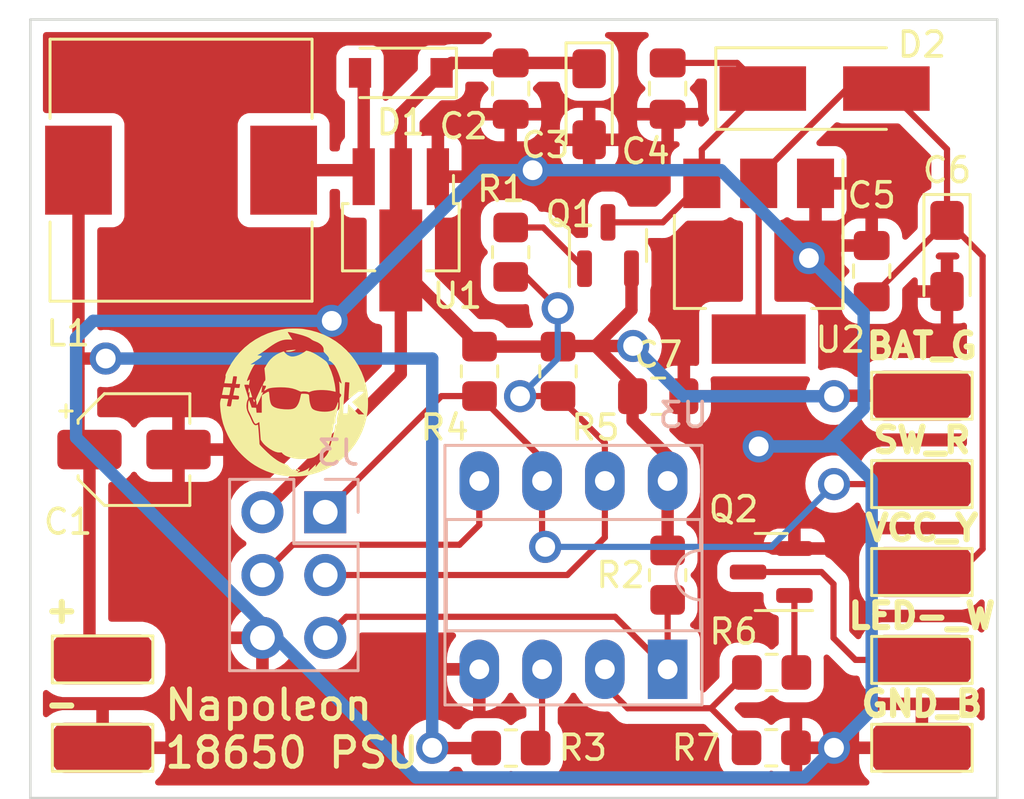
<source format=kicad_pcb>
(kicad_pcb (version 20211014) (generator pcbnew)

  (general
    (thickness 1.6)
  )

  (paper "A5")
  (title_block
    (title "Napoleon Grill Battery Supply")
    (date "2024-10-22")
    (rev "0.1-alpha")
    (company "Yavook!de")
  )

  (layers
    (0 "F.Cu" signal)
    (31 "B.Cu" signal)
    (32 "B.Adhes" user "B.Adhesive")
    (33 "F.Adhes" user "F.Adhesive")
    (34 "B.Paste" user)
    (35 "F.Paste" user)
    (36 "B.SilkS" user "B.Silkscreen")
    (37 "F.SilkS" user "F.Silkscreen")
    (38 "B.Mask" user)
    (39 "F.Mask" user)
    (40 "Dwgs.User" user "User.Drawings")
    (41 "Cmts.User" user "User.Comments")
    (42 "Eco1.User" user "User.Eco1")
    (43 "Eco2.User" user "User.Eco2")
    (44 "Edge.Cuts" user)
    (45 "Margin" user)
    (46 "B.CrtYd" user "B.Courtyard")
    (47 "F.CrtYd" user "F.Courtyard")
    (48 "B.Fab" user)
    (49 "F.Fab" user)
    (50 "User.1" user "Nutzer.1")
    (51 "User.2" user "Nutzer.2")
    (52 "User.3" user "Nutzer.3")
    (53 "User.4" user "Nutzer.4")
    (54 "User.5" user "Nutzer.5")
    (55 "User.6" user "Nutzer.6")
    (56 "User.7" user "Nutzer.7")
    (57 "User.8" user "Nutzer.8")
    (58 "User.9" user "Nutzer.9")
  )

  (setup
    (stackup
      (layer "F.SilkS" (type "Top Silk Screen"))
      (layer "F.Paste" (type "Top Solder Paste"))
      (layer "F.Mask" (type "Top Solder Mask") (thickness 0.01))
      (layer "F.Cu" (type "copper") (thickness 0.035))
      (layer "dielectric 1" (type "core") (thickness 1.51) (material "FR4") (epsilon_r 4.5) (loss_tangent 0.02))
      (layer "B.Cu" (type "copper") (thickness 0.035))
      (layer "B.Mask" (type "Bottom Solder Mask") (thickness 0.01))
      (layer "B.Paste" (type "Bottom Solder Paste"))
      (layer "B.SilkS" (type "Bottom Silk Screen"))
      (copper_finish "None")
      (dielectric_constraints no)
    )
    (pad_to_mask_clearance 0)
    (pcbplotparams
      (layerselection 0x0000020_7ffffffe)
      (disableapertmacros false)
      (usegerberextensions false)
      (usegerberattributes true)
      (usegerberadvancedattributes true)
      (creategerberjobfile true)
      (svguseinch false)
      (svgprecision 6)
      (excludeedgelayer false)
      (plotframeref true)
      (viasonmask false)
      (mode 1)
      (useauxorigin false)
      (hpglpennumber 1)
      (hpglpenspeed 20)
      (hpglpendiameter 15.000000)
      (dxfpolygonmode true)
      (dxfimperialunits true)
      (dxfusepcbnewfont true)
      (psnegative false)
      (psa4output false)
      (plotreference true)
      (plotvalue false)
      (plotinvisibletext false)
      (sketchpadsonfab false)
      (subtractmaskfromsilk false)
      (outputformat 4)
      (mirror false)
      (drillshape 1)
      (scaleselection 1)
      (outputdirectory "")
    )
  )

  (net 0 "")
  (net 1 "+BATT")
  (net 2 "GND")
  (net 3 "+5V")
  (net 4 "Net-(C4-Pad2)")
  (net 5 "+3V3")
  (net 6 "Net-(D1-Pad2)")
  (net 7 "SW")
  (net 8 "LED-")
  (net 9 "~{3V3_EN}")
  (net 10 "/(MOSI)")
  (net 11 "/(~{RST})")
  (net 12 "Net-(Q1-Pad1)")
  (net 13 "Net-(Q2-Pad1)")
  (net 14 "/BAT_SENSE")
  (net 15 "/LED_ON")

  (footprint "Resistor_SMD:R_0805_2012Metric_Pad1.20x1.40mm_HandSolder" (layer "F.Cu") (at 37.211 27.194 90))

  (footprint "Resistor_SMD:R_0805_2012Metric_Pad1.20x1.40mm_HandSolder" (layer "F.Cu") (at 43.561 40.259 90))

  (footprint "Capacitor_SMD:C_0805_2012Metric_Pad1.18x1.45mm_HandSolder" (layer "F.Cu") (at 51.816 27.9615 90))

  (footprint "Package_TO_SOT_SMD:SOT-223-3_TabPin2" (layer "F.Cu") (at 47.244 27.559 -90))

  (footprint "Capacitor_Tantalum_SMD:CP_EIA-3216-18_Kemet-A_Pad1.58x1.35mm_HandSolder" (layer "F.Cu") (at 54.864 27.3455 -90))

  (footprint "Inductor_SMD:L_10.4x10.4_H4.8" (layer "F.Cu") (at 23.876 23.876))

  (footprint "Resistor_SMD:R_0805_2012Metric_Pad1.20x1.40mm_HandSolder" (layer "F.Cu") (at 39.126 32.014 90))

  (footprint "Diode_SMD:D_SMA_Handsoldering" (layer "F.Cu") (at 49.911 20.574))

  (footprint "Capacitor_SMD:CP_Elec_4x5.4" (layer "F.Cu") (at 21.971 35.179))

  (footprint "Capacitor_SMD:C_0805_2012Metric_Pad1.18x1.45mm_HandSolder" (layer "F.Cu") (at 43.18 33.02))

  (footprint "Package_TO_SOT_SMD:SOT-89-3_Handsoldering" (layer "F.Cu") (at 32.766 26.289 -90))

  (footprint "mini-boards:yavook_6mm" (layer "F.Cu") (at 28.448 33.274))

  (footprint "Resistor_SMD:R_0805_2012Metric_Pad1.20x1.40mm_HandSolder" (layer "F.Cu") (at 35.951 32.014 90))

  (footprint "Capacitor_SMD:C_0805_2012Metric_Pad1.18x1.45mm_HandSolder" (layer "F.Cu") (at 43.561 20.574 90))

  (footprint "Diode_SMD:D_SOD-123" (layer "F.Cu") (at 32.766 19.939 180))

  (footprint "Resistor_SMD:R_0805_2012Metric_Pad1.20x1.40mm_HandSolder" (layer "F.Cu") (at 47.752 47.244 180))

  (footprint "mini-boards:SolderWire_05_2x4mm" (layer "F.Cu") (at 53.848 33 -90))

  (footprint "Package_TO_SOT_SMD:SOT-23" (layer "F.Cu") (at 41.148 26.924 90))

  (footprint "Resistor_SMD:R_0805_2012Metric_Pad1.20x1.40mm_HandSolder" (layer "F.Cu") (at 37.221 47.254 180))

  (footprint "Package_TO_SOT_SMD:SOT-23" (layer "F.Cu") (at 47.752 40.132 180))

  (footprint "mini-boards:SolderWire_02_2x4mm" (layer "F.Cu") (at 20.701 43.668 -90))

  (footprint "Capacitor_SMD:C_0805_2012Metric_Pad1.18x1.45mm_HandSolder" (layer "F.Cu") (at 37.211 20.574 -90))

  (footprint "Resistor_SMD:R_0805_2012Metric_Pad1.20x1.40mm_HandSolder" (layer "F.Cu") (at 47.768 44.196))

  (footprint "Capacitor_Tantalum_SMD:CP_EIA-3216-18_Kemet-A_Pad1.58x1.35mm_HandSolder" (layer "F.Cu") (at 40.386 21.209 -90))

  (footprint "Connector_PinHeader_2.54mm:PinHeader_2x03_P2.54mm_Vertical" (layer "B.Cu") (at 29.7085 37.714 180))

  (footprint "Package_DIP:DIP-8_W7.62mm_Socket_LongPads" (layer "B.Cu") (at 43.561 44.069 90))

  (gr_line (start 17.78 49.276) (end 56.896 49.276) (layer "Edge.Cuts") (width 0.1) (tstamp 34e967b3-de57-4561-9dd5-96c5dc3a6c07))
  (gr_line (start 17.78 17.78) (end 17.78 49.276) (layer "Edge.Cuts") (width 0.1) (tstamp 98834490-029b-4a46-8741-f1f823dcac7b))
  (gr_line (start 56.896 17.78) (end 17.78 17.78) (layer "Edge.Cuts") (width 0.1) (tstamp e763054f-c77a-439c-bfc2-aeb0404cbfcb))
  (gr_line (start 56.896 49.276) (end 56.896 17.78) (layer "Edge.Cuts") (width 0.1) (tstamp f830eab5-3b07-494b-a8ea-5832d2ee7357))
  (gr_text "Napoleon\n18650 PSU" (at 23.114 46.482) (layer "F.SilkS") (tstamp 0b5c1c5f-fb5b-4b9d-a898-815b7f5bbff0)
    (effects (font (size 1.2 1.2) (thickness 0.2)) (justify left))
  )
  (gr_text "SW_R" (at 53.848 34.798) (layer "F.SilkS") (tstamp 1a1c3d19-af17-4779-a1fd-8ac5a36a50f5)
    (effects (font (size 1 1) (thickness 0.25)))
  )
  (gr_text "+" (at 19.05 41.656) (layer "F.SilkS") (tstamp 42c05a67-b42f-4b6d-9c44-571af09eeb4b)
    (effects (font (size 1 1) (thickness 0.25)))
  )
  (gr_text "VCC_Y" (at 53.848 38.354) (layer "F.SilkS") (tstamp 51aa13dc-6c9f-4ad9-adf3-2be459fb4771)
    (effects (font (size 1 1) (thickness 0.25)))
  )
  (gr_text "-" (at 19.05 45.466) (layer "F.SilkS") (tstamp 7a993f1b-b438-43da-b6d4-c0dbf63b8edc)
    (effects (font (size 1 1) (thickness 0.25)))
  )
  (gr_text "BAT_G" (at 53.848 30.988) (layer "F.SilkS") (tstamp 816d9601-af08-4260-a966-ab159c080a6c)
    (effects (font (size 1 1) (thickness 0.25)))
  )
  (gr_text "GND_B" (at 53.848 45.466) (layer "F.SilkS") (tstamp 881cd0ed-7f38-43bc-ab09-842ba69140d9)
    (effects (font (size 1 1) (thickness 0.25)))
  )
  (gr_text "LED-_W" (at 53.848 41.91) (layer "F.SilkS") (tstamp a4e22a47-8081-427b-a284-fdb057c6b905)
    (effects (font (size 1 1) (thickness 0.25)))
  )

  (segment (start 36.221 47.254) (end 34.046 47.254) (width 0.5) (layer "F.Cu") (net 1) (tstamp 21ab2ed1-7f4d-4f0f-9e8b-c67f781729e5))
  (segment (start 20.171 35.179) (end 19.726 34.734) (width 0.5) (layer "F.Cu") (net 1) (tstamp 38c469f6-3c08-437e-9c45-ca40a23eb453))
  (segment (start 34.046 47.254) (end 34.036 47.244) (width 0.5) (layer "F.Cu") (net 1) (tstamp 52b35139-02eb-477b-9db5-eff022692151))
  (segment (start 19.812 31.496) (end 19.726 31.41) (width 0.5) (layer "F.Cu") (net 1) (tstamp 568febde-0e82-4c4c-895a-3e9d4c203337))
  (segment (start 19.726 31.918) (end 19.726 31.41) (width 0.5) (layer "F.Cu") (net 1) (tstamp 5b9f7ef7-441a-400b-b9d7-b2adbeba4486))
  (segment (start 19.726 31.41) (end 19.726 23.876) (width 0.5) (layer "F.Cu") (net 1) (tstamp 6028ded1-ff9e-4e58-a3d6-1d1a52ddd7b9))
  (segment (start 20.828 31.496) (end 19.812 31.496) (width 0.5) (layer "F.Cu") (net 1) (tstamp 6b5877a6-951b-47d9-bdb8-a982548f4da5))
  (segment (start 20.171 43.138) (end 20.171 35.179) (width 0.5) (layer "F.Cu") (net 1) (tstamp 6f9b287f-d2ec-4403-bb76-df9807cfe1b7))
  (segment (start 19.726 34.734) (end 19.726 31.918) (width 0.5) (layer "F.Cu") (net 1) (tstamp bb65050c-5017-46ff-a0d9-420567749183))
  (segment (start 20.701 43.668) (end 20.171 43.138) (width 0.5) (layer "F.Cu") (net 1) (tstamp e61e93b4-fa3c-4290-8a5b-90a29d53bca6))
  (via (at 20.828 31.496) (size 1.3) (drill 0.8) (layers "F.Cu" "B.Cu") (net 1) (tstamp 563e54e1-c7f0-474e-94d7-7ba5734bac61))
  (via (at 34.036 47.244) (size 1.3) (drill 0.8) (layers "F.Cu" "B.Cu") (net 1) (tstamp eef8aab8-7acd-42c3-be68-1ddc73a955ef))
  (segment (start 34.036 47.244) (end 34.036 31.496) (width 0.5) (layer "B.Cu") (net 1) (tstamp 356a4adf-df1a-4308-b021-13b68de38c5d))
  (segment (start 34.036 31.496) (end 20.828 31.496) (width 0.5) (layer "B.Cu") (net 1) (tstamp 97b908d6-f506-4ff2-9d8e-b6224c559321))
  (via (at 29.972 29.972) (size 1.3) (drill 0.8) (layers "F.Cu" "B.Cu") (net 2) (tstamp 0c4017d3-4441-4bfd-9480-4cb014c563ae))
  (via (at 38.1 23.876) (size 1.3) (drill 0.8) (layers "F.Cu" "B.Cu") (net 2) (tstamp 25519100-a83d-4b1f-9a31-b794aebc6e50))
  (via (at 47.244 35.052) (size 1.3) (drill 0.8) (layers "F.Cu" "B.Cu") (net 2) (tstamp 6e7e7b7e-407a-46a2-beab-f749bff7b436))
  (via (at 49.276 27.432) (size 1.3) (drill 0.8) (layers "F.Cu" "B.Cu") (net 2) (tstamp 73bfe9f0-e29f-4af8-93e6-43b7a08b96be))
  (via (at 50.292 47.244) (size 1.3) (drill 0.8) (layers "F.Cu" "B.Cu") (net 2) (tstamp 7406d141-a636-4854-abdc-f7c495c82f87))
  (segment (start 51.491511 33.516855) (end 49.956366 35.052) (width 0.5) (layer "B.Cu") (net 2) (tstamp 0fc733e2-f0b4-4a9f-81e5-296cbc25d5ae))
  (segment (start 51.491511 29.647511) (end 51.491511 33.516855) (width 0.5) (layer "B.Cu") (net 2) (tstamp 1114f773-f26b-4ef6-a2f6-1becbf2fcc25))
  (segment (start 49.956366 35.052) (end 47.244 35.052) (width 0.5) (layer "B.Cu") (net 2) (tstamp 302d59ab-d85b-4548-a74c-235b953562c8))
  (segment (start 47.244 35.052) (end 50.464366 35.052) (width 0.5) (layer "B.Cu") (net 2) (tstamp 4b0f37e8-d4dc-42f1-b452-33986e29fab2))
  (segment (start 50.464366 35.052) (end 51.816 36.403634) (width 0.5) (layer "B.Cu") (net 2) (tstamp 686b950b-72ab-468a-b7b9-30d1b4a4e4f2))
  (segment (start 38.1 23.876) (end 36.068 23.876) (width 0.5) (layer "B.Cu") (net 2) (tstamp 6decc48e-3a7a-474c-a57a-19a5bca14c57))
  (segment (start 19.628489 30.663511) (end 20.32 29.972) (width 0.5) (layer "B.Cu") (net 2) (tstamp 6ec14ec9-6365-4a40-b498-bc2055248c3c))
  (segment (start 49.092489 48.443511) (end 33.378802 48.443511) (width 0.5) (layer "B.Cu") (net 2) (tstamp 7f6d0c52-0a27-4e46-8015-d86c68709dfe))
  (segment (start 50.292 47.244) (end 49.092489 48.443511) (width 0.5) (layer "B.Cu") (net 2) (tstamp 8974eb9e-03fc-4cab-bf02-00aee77b834b))
  (segment (start 19.628489 34.693198) (end 19.628489 30.663511) (width 0.5) (layer "B.Cu") (net 2) (tstamp 950d8bf1-6e59-4a99-8099-d315d2990045))
  (segment (start 20.32 29.972) (end 29.972 29.972) (width 0.5) (layer "B.Cu") (net 2) (tstamp 9f5fd54d-0e5f-4f4f-b6b0-78724f4ba827))
  (segment (start 45.72 23.876) (end 49.276 27.432) (width 0.5) (layer "B.Cu") (net 2) (tstamp bede6a34-5022-48d3-838c-2778222e715e))
  (segment (start 49.276 27.432) (end 51.491511 29.647511) (width 0.5) (layer "B.Cu") (net 2) (tstamp cadd03ab-41ca-4c4b-aea2-22a3f0e6122e))
  (segment (start 36.068 23.876) (end 29.972 29.972) (width 0.5) (layer "B.Cu") (net 2) (tstamp cdf33bf4-06e5-4143-b5ec-36a042d5eb3e))
  (segment (start 51.816 36.403634) (end 51.816 45.72) (width 0.5) (layer "B.Cu") (net 2) (tstamp df9cb300-ecf3-4f79-8b64-73e6ba0aa702))
  (segment (start 33.378802 48.443511) (end 19.628489 34.693198) (width 0.5) (layer "B.Cu") (net 2) (tstamp e578be67-86df-457a-99b4-ebbe274bdfea))
  (segment (start 38.1 23.876) (end 45.72 23.876) (width 0.5) (layer "B.Cu") (net 2) (tstamp ed35a8ae-2c07-40fe-9420-9970dcdb764c))
  (segment (start 51.816 45.72) (end 50.292 47.244) (width 0.5) (layer "B.Cu") (net 2) (tstamp f69326fe-df27-4277-9e96-08f32f9ce2d7))
  (segment (start 53.848 33) (end 50.312 33) (width 0.5) (layer "F.Cu") (net 3) (tstamp 0c83f5b2-bb79-44dc-a823-b8e58623a019))
  (segment (start 40.151 19.5365) (end 40.386 19.7715) (width 0.5) (layer "F.Cu") (net 3) (tstamp 0c84f166-9c82-4d95-9050-61d2c1d5aec8))
  (segment (start 32.766 32.1165) (end 32.766 24.2265) (width 0.5) (layer "F.Cu") (net 3) (tstamp 38784c9b-c0d7-4bce-b8f7-0efef7d73fba))
  (segment (start 32.766 27.829) (end 32.766 24.2265) (width 0.5) (layer "F.Cu") (net 3) (tstamp 39a081c7-e451-4d7e-a9ba-dee9ed7f2532))
  (segment (start 39.126 31.014) (end 35.951 31.014) (width 0.5) (layer "F.Cu") (net 3) (tstamp 3e04e3ac-263e-4b99-bbd9-4766d8efc34d))
  (segment (start 43.561 35.433) (end 42.1425 34.0145) (width 0.5) (layer "F.Cu") (net 3) (tstamp 53d26bec-da1c-485e-981b-95a7dd201668))
  (segment (start 40.64 30.988) (end 42.1425 32.4905) (width 0.5) (layer "F.Cu") (net 3) (tstamp 57ca1174-2c42-4bf6-a18d-b54c7dfdba34))
  (segment (start 42.1425 34.0145) (end 42.1425 33.02) (width 0.5) (layer "F.Cu") (net 3) (tstamp 5d98e6b1-e4d6-4ecb-8ecf-feaa2b4a99f5))
  (segment (start 39.288366 30.988) (end 40.64 30.988) (width 0.5) (layer "F.Cu") (net 3) (tstamp 6248004b-7888-4e78-b997-e046b1b47a4f))
  (segment (start 32.766 21.589) (end 34.416 19.939) (width 0.5) (layer "F.Cu") (net 3) (tstamp 6d93040d-4118-49b0-b43e-2cbb7659067f))
  (segment (start 50.312 33) (end 50.292 33.02) (width 0.5) (layer "F.Cu") (net 3) (tstamp 7954d2e5-4f11-46d2-acc6-f3ed7c273452))
  (segment (start 43.561 36.449) (end 43.561 39.259) (width 0.5) (layer "F.Cu") (net 3) (tstamp 79e0bd15-4c29-4168-a00c-90691662b7b5))
  (segment (start 39.262366 31.014) (end 39.288366 30.988) (width 0.5) (layer "F.Cu") (net 3) (tstamp 809431cb-631e-4619-ba98-fd70a1c167b4))
  (segment (start 37.211 19.5365) (end 40.151 19.5365) (width 0.5) (layer "F.Cu") (net 3) (tstamp 84ca22c1-f60b-4525-b61d-a870ce74bdbd))
  (segment (start 42.098 29.53) (end 40.64 30.988) (width 0.5) (layer "F.Cu") (net 3) (tstamp 86283825-26b2-484d-a379-58509c7afb04))
  (segment (start 42.098 27.8615) (end 42.098 29.53) (width 0.5) (layer "F.Cu") (net 3) (tstamp 8af92a00-d5f4-44c2-808c-388f9f4dff42))
  (segment (start 32.766 24.2265) (end 32.766 21.589) (width 0.5) (layer "F.Cu") (net 3) (tstamp 960583dd-74a1-49ed-8e31-9c5fe4915959))
  (segment (start 34.8185 19.5365) (end 37.211 19.5365) (width 0.5) (layer "F.Cu") (net 3) (tstamp b545efbd-4665-495e-a212-a3eda1da410b))
  (segment (start 42.164 30.988) (end 40.64 30.988) (width 0.5) (layer "F.Cu") (net 3) (tstamp bafbc76f-b213-4f84-802b-752f4448bcba))
  (segment (start 39.126 31.014) (end 39.262366 31.014) (width 0.5) (layer "F.Cu") (net 3) (tstamp c8a50954-3081-4d03-ab3f-e92065677070))
  (segment (start 34.416 19.939) (end 34.8185 19.5365) (width 0.5) (layer "F.Cu") (net 3) (tstamp e1905a39-bd57-41c5-b262-1c8195859afb))
  (segment (start 42.1425 32.4905) (end 42.1425 33.02) (width 0.5) (layer "F.Cu") (net 3) (tstamp ec41e3fa-f416-44a5-9730-cbe35c82aca5))
  (segment (start 35.951 31.014) (end 32.766 27.829) (width 0.5) (layer "F.Cu") (net 3) (tstamp f13c8a3c-ee6c-4725-b2c4-b6301c331b20))
  (segment (start 27.1685 37.714) (end 32.766 32.1165) (width 0.5) (layer "F.Cu") (net 3) (tstamp f28404b2-f037-43e6-9506-b9b2c0e48e51))
  (segment (start 43.561 36.449) (end 43.561 35.433) (width 0.5) (layer "F.Cu") (net 3) (tstamp fb0df9fc-e4ab-4e4e-a491-0f4db966d548))
  (via (at 42.164 30.988) (size 1.3) (drill 0.8) (layers "F.Cu" "B.Cu") (net 3) (tstamp 690afe80-5324-4ad3-b29a-a957b1bb25c3))
  (via (at 50.292 33.02) (size 1.3) (drill 0.8) (layers "F.Cu" "B.Cu") (net 3) (tstamp 8a3738ee-2df5-4e2a-9031-a6168cf8de67))
  (segment (start 50.292 33.02) (end 44.196 33.02) (width 0.5) (layer "B.Cu") (net 3) (tstamp 287e8a0f-5771-4ca3-b4d8-6d1684e71ed8))
  (segment (start 44.196 33.02) (end 42.164 30.988) (width 0.5) (layer "B.Cu") (net 3) (tstamp e972d63f-c5c4-4c4b-a90a-e30d490a39e2))
  (segment (start 44.944 23.041) (end 47.411 20.574) (width 0.25) (layer "F.Cu") (net 4) (tstamp 3b30dd3d-a9a3-486d-8d00-c79474a22a05))
  (segment (start 44.944 24.409) (end 44.944 23.041) (width 0.25) (layer "F.Cu") (net 4) (tstamp 550b624e-9696-49b9-b538-59425abb1306))
  (segment (start 43.3665 25.9865) (end 44.944 24.409) (width 0.25) (layer "F.Cu") (net 4) (tstamp 87b9636d-970f-48ad-aeba-dc46a88c56f3))
  (segment (start 43.561 19.5365) (end 46.3735 19.5365) (width 0.25) (layer "F.Cu") (net 4) (tstamp a6e83826-b42d-4719-aa8a-9ac55ca9d3f0))
  (segment (start 41.148 25.9865) (end 43.3665 25.9865) (width 0.25) (layer "F.Cu") (net 4) (tstamp d1da60fa-2462-4a63-a4d1-04f7b6885589))
  (segment (start 46.3735 19.5365) (end 47.411 20.574) (width 0.25) (layer "F.Cu") (net 4) (tstamp d3d46084-2317-4066-83e7-eacc35dc18c0))
  (segment (start 55.372 40.132) (end 53.848 40.132) (width 0.25) (layer "F.Cu") (net 5) (tstamp 0b562950-7f50-4ca2-8367-964999aa4bae))
  (segment (start 47.244 24.159) (end 50.829 20.574) (width 0.25) (layer "F.Cu") (net 5) (tstamp 0f9e1153-0bf1-44b9-8b1f-3974bc45f4a4))
  (segment (start 54.864 23.027) (end 52.411 20.574) (width 0.25) (layer "F.Cu") (net 5) (tstamp 13290abb-9273-4cc3-90c3-de8eb76a923d))
  (segment (start 56.30452 27.34852) (end 56.30452 39.19948) (width 0.25) (layer "F.Cu") (net 5) (tstamp 147c7025-afc6-4f86-81c5-9dd6da9367fb))
  (segment (start 47.244 30.709) (end 47.244 24.409) (width 0.25) (layer "F.Cu") (net 5) (tstamp 25895764-c350-41a2-a17e-2938fabbc8a0))
  (segment (start 56.30452 39.19948) (end 55.372 40.132) (width 0.25) (layer "F.Cu") (net 5) (tstamp 30020ac2-00e9-48d5-bbd2-386be3fdc791))
  (segment (start 54.864 25.908) (end 54.864 23.027) (width 0.25) (layer "F.Cu") (net 5) (tstamp 6b72d131-93fb-49f9-acd7-28bcd8c183ee))
  (segment (start 51.816 28.999) (end 54.864 25.951) (width 0.25) (layer "F.Cu") (net 5) (tstamp a881a592-8e39-4cf3-98fe-252e609c37a6))
  (segment (start 47.244 24.409) (end 47.244 24.159) (width 0.25) (layer "F.Cu") (net 5) (tstamp abcab5c1-4f8d-4fff-aaef-be849aebe5a1))
  (segment (start 54.864 25.908) (end 56.30452 27.34852) (width 0.25) (layer "F.Cu") (net 5) (tstamp ad37c17d-f37a-4410-a4f9-de82c3c8ab0a))
  (segment (start 54.864 25.951) (end 54.864 25.908) (width 0.25) (layer "F.Cu") (net 5) (tstamp d44f3d4d-2814-4e10-9540-2248a8c6654c))
  (segment (start 50.829 20.574) (end 52.411 20.574) (width 0.25) (layer "F.Cu") (net 5) (tstamp ec51f97a-1448-4a99-ba01-d24cb2b23b6c))
  (segment (start 31.003 23.876) (end 31.266 24.139) (width 0.5) (layer "F.Cu") (net 6) (tstamp 0aa27f7c-861f-4293-a21e-c0b161492a55))
  (segment (start 31.266 24.139) (end 31.266 20.089) (width 0.5) (layer "F.Cu") (net 6) (tstamp 57bd2665-5a58-443e-8743-4aae5ecabbfc))
  (segment (start 31.266 20.089) (end 31.116 19.939) (width 0.5) (layer "F.Cu") (net 6) (tstamp 79425220-a032-494e-8721-f1e712b479c1))
  (segment (start 28.026 23.876) (end 31.003 23.876) (width 0.5) (layer "F.Cu") (net 6) (tstamp e4d209ff-4e0d-46b5-a0e4-ed954a4e9872))
  (segment (start 50.292 36.576) (end 53.848 36.576) (width 0.25) (layer "F.Cu") (net 7) (tstamp 0aa8573f-2e43-4600-b3d2-ad5f972a967c))
  (segment (start 38.481 36.449) (end 38.481 38.989) (width 0.25) (layer "F.Cu") (net 7) (tstamp 153433f2-8f5c-4b81-a731-bb3ef2d5a7ac))
  (segment (start 38.481 35.544) (end 38.481 36.449) (width 0.25) (layer "F.Cu") (net 7) (tstamp 2b54e335-fe00-43c1-8cba-33f920295352))
  (segment (start 34.4085 33.014) (end 35.951 33.014) (width 0.25) (layer "F.Cu") (net 7) (tstamp 65cf3164-6eb5-42b4-af15-3cc21461f559))
  (segment (start 29.7085 37.714) (end 34.4085 33.014) (width 0.25) (layer "F.Cu") (net 7) (tstamp 6cc3f858-76db-4b33-8e06-00eb87c107ef))
  (segment (start 35.951 33.014) (end 38.481 35.544) (width 0.25) (layer "F.Cu") (net 7) (tstamp 75108d1d-1430-4bd6-9194-71b67b0edc50))
  (segment (start 38.481 38.989) (end 38.608 39.116) (width 0.25) (layer "F.Cu") (net 7) (tstamp ce42515d-9c72-4f68-8e5f-8e1d6b0d1a14))
  (via (at 38.608 39.116) (size 1.3) (drill 0.8) (layers "F.Cu" "B.Cu") (net 7) (tstamp 1231b065-6df2-451f-8651-2d3101775518))
  (via (at 50.292 36.576) (size 1.3) (drill 0.8) (layers "F.Cu" "B.Cu") (net 7) (tstamp b6411a36-75ad-4fa9-89d0-3b5c455e4e16))
  (segment (start 47.752 39.116) (end 50.292 36.576) (width 0.25) (layer "B.Cu") (net 7) (tstamp 005cf3d5-546a-4540-ba3a-4d1f0d44ffb5))
  (segment (start 38.608 39.116) (end 47.752 39.116) (width 0.25) (layer "B.Cu") (net 7) (tstamp fc505821-2330-4afe-9c43-ed364b8ca5ac))
  (segment (start 49.784 40.132) (end 50.272 40.62) (width 0.25) (layer "F.Cu") (net 8) (tstamp 0dc118fc-e6a1-4ff1-b266-ab122b7abac6))
  (segment (start 46.8145 40.132) (end 49.784 40.132) (width 0.25) (layer "F.Cu") (net 8) (tstamp 1859ef23-a40e-4748-b369-6ce1f0904410))
  (segment (start 50.272 40.62) (end 50.272 42.799) (width 0.25) (layer "F.Cu") (net 8) (tstamp 9e3483a4-c28c-434d-a615-a9ab4d525e4c))
  (segment (start 50.272 42.799) (end 51.161 43.688) (width 0.25) (layer "F.Cu") (net 8) (tstamp dc168bbf-c74b-469f-9366-dff9c73e0187))
  (segment (start 51.161 43.688) (end 53.848 43.688) (width 0.25) (layer "F.Cu") (net 8) (tstamp ec861fc5-bbe9-47c6-a9d3-9f512544f890))
  (segment (start 37.598 33.014) (end 37.592 33.02) (width 0.25) (layer "F.Cu") (net 9) (tstamp 2b2f4c53-a036-403c-b827-312efcbb6d84))
  (segment (start 41.021 34.909) (end 39.126 33.014) (width 0.25) (layer "F.Cu") (net 9) (tstamp 333a59db-17e7-4c0c-b861-8c68d8beaaf3))
  (segment (start 39.126 33.014) (end 37.598 33.014) (width 0.25) (layer "F.Cu") (net 9) (tstamp 70adb506-1f01-4236-bfa3-ae34a6f81a95))
  (segment (start 39.502 40.254) (end 41.021 38.735) (width 0.25) (layer "F.Cu") (net 9) (tstamp 8ee26396-cfa7-4786-be63-57d651d4959b))
  (segment (start 37.846 28.194) (end 37.211 28.194) (width 0.25) (layer "F.Cu") (net 9) (tstamp 9b8e0eaf-4e33-4e40-9a49-05d11aa1e9e6))
  (segment (start 39.116 29.464) (end 37.846 28.194) (width 0.25) (layer "F.Cu") (net 9) (tstamp c2c89e33-9b96-475d-9091-40f69937856a))
  (segment (start 29.7085 40.254) (end 39.502 40.254) (width 0.25) (layer "F.Cu") (net 9) (tstamp d3f186d6-ec48-463f-8eee-1547a9ab1e28))
  (segment (start 41.021 36.449) (end 41.021 34.909) (width 0.25) (layer "F.Cu") (net 9) (tstamp d7c66460-4b40-43ec-a071-f368b2ecf316))
  (segment (start 41.021 38.735) (end 41.021 36.449) (width 0.25) (layer "F.Cu") (net 9) (tstamp f2e19665-1bac-4405-8b31-2783fa20082f))
  (via (at 39.116 29.464) (size 1.3) (drill 0.8) (layers "F.Cu" "B.Cu") (net 9) (tstamp 28cf3db3-0efd-445d-8e09-a00dcdb7e4c4))
  (via (at 37.592 33.02) (size 1.3) (drill 0.8) (layers "F.Cu" "B.Cu") (net 9) (tstamp 5513f8ec-efe5-4140-8650-29cd81468e5f))
  (segment (start 39.116 31.496) (end 39.116 29.464) (width 0.25) (layer "B.Cu") (net 9) (tstamp 014661a5-ae7e-4c61-add3-6a7f1238035b))
  (segment (start 37.592 33.02) (end 39.116 31.496) (width 0.25) (layer "B.Cu") (net 9) (tstamp be7d078a-1476-44c8-935c-11bf4f8a2955))
  (segment (start 35.941 38.227) (end 35.941 36.449) (width 0.25) (layer "F.Cu") (net 10) (tstamp 584dcfca-59c1-40c4-b52b-ee5b167246dc))
  (segment (start 35.138511 39.029489) (end 35.941 38.227) (width 0.25) (layer "F.Cu") (net 10) (tstamp bb67a671-89dc-475f-b441-aed63ca7b4cc))
  (segment (start 27.1685 40.254) (end 28.393011 39.029489) (width 0.25) (layer "F.Cu") (net 10) (tstamp cc783d91-a18c-4cce-9f7b-7d1cee10cc87))
  (segment (start 28.393011 39.029489) (end 35.138511 39.029489) (width 0.25) (layer "F.Cu") (net 10) (tstamp d2df5eeb-60b1-4ad0-bece-7860d97e0ea4))
  (segment (start 30.5585 41.944) (end 41.436 41.944) (width 0.25) (layer "F.Cu") (net 11) (tstamp 01313380-8bff-4b79-9418-aa35108a3346))
  (segment (start 41.436 41.944) (end 43.561 44.069) (width 0.25) (layer "F.Cu") (net 11) (tstamp 399e0ecb-bab4-4bf4-98d1-c02d6c95d7cf))
  (segment (start 43.561 44.069) (end 43.561 41.259) (width 0.25) (layer "F.Cu") (net 11) (tstamp 68a81389-4f88-4469-bff1-bedcb3b63bd1))
  (segment (start 29.7085 42.794) (end 30.5585 41.944) (width 0.25) (layer "F.Cu") (net 11) (tstamp f00e656c-e83a-4766-909c-2e0d3eea4f0e))
  (segment (start 40.198 27.8615) (end 38.5305 26.194) (width 0.25) (layer "F.Cu") (net 12) (tstamp 2d72c6af-2718-4c6b-bd3d-61c026a66ec3))
  (segment (start 38.5305 26.194) (end 37.211 26.194) (width 0.25) (layer "F.Cu") (net 12) (tstamp 3450a80d-cfc8-491a-b9b1-663dce8617da))
  (segment (start 48.6895 44.1175) (end 48.6895 41.082) (width 0.25) (layer "F.Cu") (net 13) (tstamp 05c33adf-0725-4414-9474-fc95565c2fc8))
  (segment (start 48.768 44.196) (end 48.6895 44.1175) (width 0.25) (layer "F.Cu") (net 13) (tstamp 2f247a54-fb9e-4f38-8101-29f2c5bfcebd))
  (segment (start 38.221 47.254) (end 38.481 46.994) (width 0.25) (layer "F.Cu") (net 14) (tstamp 66f92f1f-46e2-422e-ad2d-42b2a9561d0f))
  (segment (start 38.481 46.994) (end 38.481 44.069) (width 0.25) (layer "F.Cu") (net 14) (tstamp f2ba199d-d77a-43b8-8ee4-b1b87d363a54))
  (segment (start 46.752 47.075022) (end 45.320489 45.643511) (width 0.25) (layer "F.Cu") (net 15) (tstamp 3cfe9293-796b-49cd-8863-06dbd1a9f84e))
  (segment (start 45.320489 45.643511) (end 46.768 44.196) (width 0.25) (layer "F.Cu") (net 15) (tstamp 721242bc-73a5-47b2-99ad-ff13b4c30b8c))
  (segment (start 41.021 44.069) (end 41.021 44.719) (width 0.25) (layer "F.Cu") (net 15) (tstamp c43e3df4-9299-41eb-bed8-b2dd33a04587))
  (segment (start 41.021 44.719) (end 41.945511 45.643511) (width 0.25) (layer "F.Cu") (net 15) (tstamp e9a83744-789e-49fc-b2a6-9a10bf3f639d))
  (segment (start 41.945511 45.643511) (end 45.320489 45.643511) (width 0.25) (layer "F.Cu") (net 15) (tstamp f503b46d-e0fc-4655-9a6f-b08fdfea6767))
  (segment (start 46.752 47.244) (end 46.752 47.075022) (width 0.25) (layer "F.Cu") (net 15) (tstamp f6b6fa92-37d0-44da-80e0-804086ceb650))

  (zone (net 2) (net_name "GND") (layer "F.Cu") (tstamp babc852d-9cdb-4538-915a-5637c152f8f9) (hatch edge 0.508)
    (connect_pads (clearance 0.508))
    (min_thickness 0.254) (filled_areas_thickness no)
    (fill yes (thermal_gap 0.508) (thermal_bridge_width 0.508))
    (polygon
      (pts
        (xy 56.896 49.276)
        (xy 17.78 49.276)
        (xy 17.78 17.78)
        (xy 56.896 17.78)
      )
    )
    (filled_polygon
      (layer "F.Cu")
      (pts
        (xy 36.391743 18.308002)
        (xy 36.438236 18.361658)
        (xy 36.44834 18.431932)
        (xy 36.418846 18.496512)
        (xy 36.389925 18.521144)
        (xy 36.261652 18.600522)
        (xy 36.136695 18.725697)
        (xy 36.133739 18.730493)
        (xy 36.076386 18.771155)
        (xy 36.035422 18.778)
        (xy 34.88557 18.778)
        (xy 34.86662 18.776567)
        (xy 34.852385 18.774401)
        (xy 34.852381 18.774401)
        (xy 34.845151 18.773301)
        (xy 34.837859 18.773894)
        (xy 34.837856 18.773894)
        (xy 34.792482 18.777585)
        (xy 34.782267 18.778)
        (xy 34.774207 18.778)
        (xy 34.770573 18.778424)
        (xy 34.770567 18.778424)
        (xy 34.757542 18.779943)
        (xy 34.74598 18.781291)
        (xy 34.741632 18.781721)
        (xy 34.668864 18.78764)
        (xy 34.661903 18.789895)
        (xy 34.655963 18.791082)
        (xy 34.650088 18.792471)
        (xy 34.642819 18.793318)
        (xy 34.57417 18.818236)
        (xy 34.570073 18.819643)
        (xy 34.555487 18.824368)
        (xy 34.516659 18.8305)
        (xy 33.917866 18.8305)
        (xy 33.855684 18.837255)
        (xy 33.719295 18.888385)
        (xy 33.602739 18.975739)
        (xy 33.515385 19.092295)
        (xy 33.464255 19.228684)
        (xy 33.4575 19.290866)
        (xy 33.4575 19.772629)
        (xy 33.437498 19.84075)
        (xy 33.420595 19.861724)
        (xy 32.277089 21.00523)
        (xy 32.262677 21.017616)
        (xy 32.251083 21.026149)
        (xy 32.245182 21.030492)
        (xy 32.240438 21.036076)
        (xy 32.236436 21.039808)
        (xy 32.172975 21.07164)
        (xy 32.102379 21.06411)
        (xy 32.047061 21.019608)
        (xy 32.0245 20.947661)
        (xy 32.0245 20.787513)
        (xy 32.032518 20.743284)
        (xy 32.064973 20.656711)
        (xy 32.064973 20.656709)
        (xy 32.067745 20.649316)
        (xy 32.068599 20.64146)
        (xy 32.074131 20.590531)
        (xy 32.0745 20.587134)
        (xy 32.0745 19.290866)
        (xy 32.067745 19.228684)
        (xy 32.016615 19.092295)
        (xy 31.929261 18.975739)
        (xy 31.812705 18.888385)
        (xy 31.676316 18.837255)
        (xy 31.614134 18.8305)
        (xy 30.617866 18.8305)
        (xy 30.555684 18.837255)
        (xy 30.419295 18.888385)
        (xy 30.302739 18.975739)
        (xy 30.215385 19.092295)
        (xy 30.164255 19.228684)
        (xy 30.1575 19.290866)
        (xy 30.1575 20.587134)
        (xy 30.164255 20.649316)
        (xy 30.215385 20.785705)
        (xy 30.302739 20.902261)
        (xy 30.419295 20.989615)
        (xy 30.427704 20.992767)
        (xy 30.435575 20.997077)
        (xy 30.434664 20.998741)
        (xy 30.48249 21.034663)
        (xy 30.507193 21.101224)
        (xy 30.5075 21.110009)
        (xy 30.5075 22.521671)
        (xy 30.487498 22.589792)
        (xy 30.465593 22.613332)
        (xy 30.466269 22.614008)
        (xy 30.459919 22.620358)
        (xy 30.452739 22.625739)
        (xy 30.365385 22.742295)
        (xy 30.314255 22.878684)
        (xy 30.3075 22.940866)
        (xy 30.3075 22.9915)
        (xy 30.287498 23.059621)
        (xy 30.233842 23.106114)
        (xy 30.1815 23.1175)
        (xy 30.0105 23.1175)
        (xy 29.942379 23.097498)
        (xy 29.895886 23.043842)
        (xy 29.8845 22.9915)
        (xy 29.8845 22.027866)
        (xy 29.877745 21.965684)
        (xy 29.826615 21.829295)
        (xy 29.739261 21.712739)
        (xy 29.622705 21.625385)
        (xy 29.486316 21.574255)
        (xy 29.424134 21.5675)
        (xy 26.627866 21.5675)
        (xy 26.565684 21.574255)
        (xy 26.429295 21.625385)
        (xy 26.312739 21.712739)
        (xy 26.225385 21.829295)
        (xy 26.174255 21.965684)
        (xy 26.1675 22.027866)
        (xy 26.1675 25.724134)
        (xy 26.174255 25.786316)
        (xy 26.225385 25.922705)
        (xy 26.312739 26.039261)
        (xy 26.429295 26.126615)
        (xy 26.565684 26.177745)
        (xy 26.627866 26.1845)
        (xy 29.424134 26.1845)
        (xy 29.486316 26.177745)
        (xy 29.622705 26.126615)
        (xy 29.739261 26.039261)
        (xy 29.826615 25.922705)
        (xy 29.877745 25.786316)
        (xy 29.8845 25.724134)
        (xy 29.8845 24.7605)
        (xy 29.904502 24.692379)
        (xy 29.958158 24.645886)
        (xy 30.0105 24.6345)
        (xy 30.1815 24.6345)
        (xy 30.249621 24.654502)
        (xy 30.296114 24.708158)
        (xy 30.3075 24.7605)
        (xy 30.3075 25.337134)
        (xy 30.314255 25.399316)
        (xy 30.365385 25.535705)
        (xy 30.452739 25.652261)
        (xy 30.569295 25.739615)
        (xy 30.705684 25.790745)
        (xy 30.767866 25.7975)
        (xy 31.259771 25.7975)
        (xy 31.327892 25.817502)
        (xy 31.374385 25.871158)
        (xy 31.385771 25.9235)
        (xy 31.385771 29.589)
        (xy 31.391 29.662111)
        (xy 31.410902 29.72989)
        (xy 31.428055 29.788307)
        (xy 31.432196 29.802411)
        (xy 31.437067 29.80999)
        (xy 31.506378 29.917841)
        (xy 31.50638 29.917844)
        (xy 31.51125 29.925421)
        (xy 31.51806 29.931322)
        (xy 31.614945 30.015274)
        (xy 31.614948 30.015276)
        (xy 31.621757 30.021176)
        (xy 31.754766 30.081919)
        (xy 31.763689 30.083202)
        (xy 31.785251 30.086302)
        (xy 31.899433 30.102719)
        (xy 31.964013 30.132212)
        (xy 32.002396 30.191938)
        (xy 32.0075 30.227436)
        (xy 32.0075 31.750129)
        (xy 31.987498 31.81825)
        (xy 31.970595 31.839224)
        (xy 27.475796 36.334023)
        (xy 27.413484 36.368049)
        (xy 27.364605 36.368975)
        (xy 27.296784 36.356894)
        (xy 27.222952 36.355992)
        (xy 27.078581 36.354228)
        (xy 27.078579 36.354228)
        (xy 27.073411 36.354165)
        (xy 26.852591 36.387955)
        (xy 26.640256 36.457357)
        (xy 26.583314 36.486999)
        (xy 26.470851 36.545544)
        (xy 26.442107 36.560507)
        (xy 26.437974 36.56361)
        (xy 26.437971 36.563612)
        (xy 26.2676 36.69153)
        (xy 26.263465 36.694635)
        (xy 26.109129 36.856138)
        (xy 25.983243 37.04068)
        (xy 25.936216 37.141992)
        (xy 25.90488 37.2095)
        (xy 25.889188 37.243305)
        (xy 25.829489 37.45857)
        (xy 25.805751 37.680695)
        (xy 25.806048 37.685848)
        (xy 25.806048 37.685851)
        (xy 25.815588 37.851301)
        (xy 25.81861 37.903715)
        (xy 25.819747 37.908761)
        (xy 25.819748 37.908767)
        (xy 25.839715 37.997364)
        (xy 25.867722 38.121639)
        (xy 25.951766 38.328616)
        (xy 25.989185 38.389678)
        (xy 26.064924 38.513273)
        (xy 26.068487 38.519088)
        (xy 26.21475 38.687938)
        (xy 26.386626 38.830632)
        (xy 26.434488 38.8586)
        (xy 26.459945 38.873476)
        (xy 26.508669 38.925114)
        (xy 26.52174 38.994897)
        (xy 26.495009 39.060669)
        (xy 26.454555 39.094027)
        (xy 26.442107 39.100507)
        (xy 26.437974 39.10361)
        (xy 26.437971 39.103612)
        (xy 26.2676 39.23153)
        (xy 26.263465 39.234635)
        (xy 26.208417 39.292239)
        (xy 26.133493 39.370643)
        (xy 26.109129 39.396138)
        (xy 26.106215 39.40041)
        (xy 26.106214 39.400411)
        (xy 26.039302 39.4985)
        (xy 25.983243 39.58068)
        (xy 25.948219 39.656134)
        (xy 25.898214 39.763861)
        (xy 25.889188 39.783305)
        (xy 25.829489 39.99857)
        (xy 25.805751 40.220695)
        (xy 25.806048 40.225848)
        (xy 25.806048 40.225851)
        (xy 25.817248 40.420097)
        (xy 25.81861 40.443715)
        (xy 25.819747 40.448761)
        (xy 25.819748 40.448767)
        (xy 25.837611 40.528029)
        (xy 25.867722 40.661639)
        (xy 25.924247 40.800844)
        (xy 25.945162 40.852351)
        (xy 25.951766 40.868616)
        (xy 25.994673 40.938634)
        (xy 26.065791 41.054688)
        (xy 26.068487 41.059088)
        (xy 26.21475 41.227938)
        (xy 26.386626 41.370632)
        (xy 26.448522 41.406801)
        (xy 26.460455 41.413774)
        (xy 26.509179 41.465412)
        (xy 26.52225 41.535195)
        (xy 26.495519 41.600967)
        (xy 26.455062 41.634327)
        (xy 26.446957 41.638546)
        (xy 26.438238 41.644036)
        (xy 26.267933 41.771905)
        (xy 26.260226 41.778748)
        (xy 26.11309 41.932717)
        (xy 26.106604 41.940727)
        (xy 25.986598 42.116649)
        (xy 25.9815 42.125623)
        (xy 25.891838 42.318783)
        (xy 25.888275 42.32847)
        (xy 25.832889 42.528183)
        (xy 25.834412 42.536607)
        (xy 25.846792 42.54)
        (xy 27.2965 42.54)
        (xy 27.364621 42.560002)
        (xy 27.411114 42.613658)
        (xy 27.4225 42.666)
        (xy 27.4225 44.112517)
        (xy 27.426564 44.126359)
        (xy 27.439978 44.128393)
        (xy 27.446684 44.127534)
        (xy 27.456762 44.125392)
        (xy 27.660755 44.064191)
        (xy 27.670342 44.060433)
        (xy 27.861595 43.966739)
        (xy 27.870445 43.961464)
        (xy 28.043828 43.837792)
        (xy 28.0517 43.831139)
        (xy 28.202552 43.680812)
        (xy 28.20923 43.672965)
        (xy 28.336522 43.495819)
        (xy 28.337779 43.496722)
        (xy 28.384873 43.453362)
        (xy 28.454811 43.441145)
        (xy 28.520251 43.468678)
        (xy 28.548079 43.500511)
        (xy 28.608487 43.599088)
        (xy 28.75475 43.767938)
        (xy 28.926626 43.910632)
        (xy 29.1195 44.023338)
        (xy 29.328192 44.10303)
        (xy 29.33326 44.104061)
        (xy 29.333263 44.104062)
        (xy 29.428362 44.12341)
        (xy 29.547097 44.147567)
        (xy 29.552272 44.147757)
        (xy 29.552274 44.147757)
        (xy 29.765173 44.155564)
        (xy 29.765177 44.155564)
        (xy 29.770337 44.155753)
        (xy 29.775457 44.155097)
        (xy 29.775459 44.155097)
        (xy 29.986788 44.128025)
        (xy 29.986789 44.128025)
        (xy 29.991916 44.127368)
        (xy 29.996866 44.125883)
        (xy 30.200929 44.064661)
        (xy 30.200934 44.064659)
        (xy 30.205884 44.063174)
        (xy 30.406494 43.964896)
        (xy 30.58836 43.835173)
        (xy 30.610281 43.813329)
        (xy 30.725193 43.698817)
        (xy 30.746596 43.677489)
        (xy 30.876953 43.496077)
        (xy 30.890495 43.468678)
        (xy 30.973636 43.300453)
        (xy 30.973637 43.300451)
        (xy 30.97593 43.295811)
        (xy 31.033802 43.105334)
        (xy 31.039365 43.087023)
        (xy 31.039365 43.087021)
        (xy 31.04087 43.082069)
        (xy 31.070029 42.86059)
        (xy 31.071656 42.794)
        (xy 31.070181 42.776053)
        (xy 31.065065 42.713823)
        (xy 31.079418 42.644293)
        (xy 31.129084 42.59356)
        (xy 31.190641 42.5775)
        (xy 34.878519 42.5775)
        (xy 34.94664 42.597502)
        (xy 34.993133 42.651158)
        (xy 35.003237 42.721432)
        (xy 34.973743 42.786012)
        (xy 34.967614 42.792595)
        (xy 34.939084 42.821125)
        (xy 34.932028 42.829533)
        (xy 34.807069 43.007993)
        (xy 34.801586 43.017489)
        (xy 34.70951 43.214947)
        (xy 34.705764 43.225239)
        (xy 34.649375 43.435688)
        (xy 34.647472 43.446481)
        (xy 34.633238 43.60917)
        (xy 34.633 43.614635)
        (xy 34.633 43.796885)
        (xy 34.637475 43.812124)
        (xy 34.638865 43.813329)
        (xy 34.646548 43.815)
        (xy 36.069 43.815)
        (xy 36.137121 43.835002)
        (xy 36.183614 43.888658)
        (xy 36.195 43.941)
        (xy 36.195 45.736967)
        (xy 36.198973 45.750498)
        (xy 36.207522 45.751727)
        (xy 36.384761 45.704236)
        (xy 36.395053 45.70049)
        (xy 36.592511 45.608414)
        (xy 36.602007 45.602931)
        (xy 36.780467 45.477972)
        (xy 36.788875 45.470916)
        (xy 36.942916 45.316875)
        (xy 36.949972 45.308467)
        (xy 37.074931 45.130007)
        (xy 37.080414 45.120511)
        (xy 37.096529 45.085951)
        (xy 37.143446 45.032666)
        (xy 37.211723 45.013205)
        (xy 37.279683 45.033747)
        (xy 37.324919 45.085951)
        (xy 37.341151 45.120762)
        (xy 37.341154 45.120767)
        (xy 37.343477 45.125749)
        (xy 37.474802 45.3133)
        (xy 37.6367 45.475198)
        (xy 37.641208 45.478355)
        (xy 37.641211 45.478357)
        (xy 37.793771 45.585181)
        (xy 37.838099 45.640638)
        (xy 37.8475 45.688394)
        (xy 37.8475 45.929106)
        (xy 37.827498 45.997227)
        (xy 37.773842 46.04372)
        (xy 37.734504 46.054433)
        (xy 37.721692 46.055762)
        (xy 37.721688 46.055763)
        (xy 37.714834 46.056474)
        (xy 37.708298 46.058655)
        (xy 37.708296 46.058655)
        (xy 37.588882 46.098495)
        (xy 37.547054 46.11245)
        (xy 37.396652 46.205522)
        (xy 37.321321 46.280985)
        (xy 37.310216 46.292109)
        (xy 37.247934 46.326188)
        (xy 37.177114 46.321185)
        (xy 37.132025 46.292264)
        (xy 37.049483 46.209866)
        (xy 37.044303 46.204695)
        (xy 37.03711 46.200261)
        (xy 36.899968 46.115725)
        (xy 36.899966 46.115724)
        (xy 36.893738 46.111885)
        (xy 36.733254 46.058655)
        (xy 36.732389 46.058368)
        (xy 36.732387 46.058368)
        (xy 36.725861 46.056203)
        (xy 36.719025 46.055503)
        (xy 36.719022 46.055502)
        (xy 36.670483 46.050529)
        (xy 36.6214 46.0455)
        (xy 35.8206 46.0455)
        (xy 35.817354 46.045837)
        (xy 35.81735 46.045837)
        (xy 35.721692 46.055762)
        (xy 35.721688 46.055763)
        (xy 35.714834 46.056474)
        (xy 35.708298 46.058655)
        (xy 35.708296 46.058655)
        (xy 35.588882 46.098495)
        (xy 35.547054 46.11245)
        (xy 35.396652 46.205522)
        (xy 35.271695 46.330697)
        (xy 35.267855 46.336927)
        (xy 35.267854 46.336928)
        (xy 35.207022 46.435616)
        (xy 35.15425 46.483109)
        (xy 35.099762 46.4955)
        (xy 34.9824 46.4955)
        (xy 34.914279 46.475498)
        (xy 34.89688 46.462032)
        (xy 34.744271 46.320963)
        (xy 34.564201 46.207347)
        (xy 34.366441 46.128449)
        (xy 34.360781 46.127323)
        (xy 34.360777 46.127322)
        (xy 34.163282 46.088038)
        (xy 34.16328 46.088038)
        (xy 34.157615 46.086911)
        (xy 34.15184 46.086835)
        (xy 34.151836 46.086835)
        (xy 34.045161 46.085439)
        (xy 33.944716 46.084124)
        (xy 33.939019 46.085103)
        (xy 33.939018 46.085103)
        (xy 33.740564 46.119203)
        (xy 33.740561 46.119204)
        (xy 33.734874 46.120181)
        (xy 33.535116 46.193875)
        (xy 33.352134 46.302739)
        (xy 33.192054 46.443125)
        (xy 33.060238 46.610333)
        (xy 33.057549 46.615444)
        (xy 33.057547 46.615447)
        (xy 33.036899 46.654692)
        (xy 32.9611 46.798762)
        (xy 32.959386 46.804283)
        (xy 32.959384 46.804287)
        (xy 32.925126 46.914616)
        (xy 32.897961 47.002102)
        (xy 32.872936 47.213544)
        (xy 32.886861 47.426006)
        (xy 32.888282 47.431602)
        (xy 32.888283 47.431607)
        (xy 32.906282 47.502475)
        (xy 32.939272 47.632372)
        (xy 32.941689 47.637615)
        (xy 32.997002 47.757598)
        (xy 33.028411 47.825731)
        (xy 33.151296 47.999609)
        (xy 33.303809 48.148181)
        (xy 33.308605 48.151386)
        (xy 33.308608 48.151388)
        (xy 33.389831 48.205659)
        (xy 33.480843 48.266471)
        (xy 33.486146 48.268749)
        (xy 33.486149 48.268751)
        (xy 33.579208 48.308732)
        (xy 33.67647 48.350519)
        (xy 33.752316 48.367681)
        (xy 33.878501 48.396234)
        (xy 33.878506 48.396235)
        (xy 33.884138 48.397509)
        (xy 33.889909 48.397736)
        (xy 33.889911 48.397736)
        (xy 33.951252 48.400146)
        (xy 34.096891 48.405869)
        (xy 34.1026 48.405041)
        (xy 34.102604 48.405041)
        (xy 34.30189 48.376145)
        (xy 34.301894 48.376144)
        (xy 34.307605 48.375316)
        (xy 34.509223 48.306876)
        (xy 34.694993 48.20284)
        (xy 34.726711 48.176461)
        (xy 34.854255 48.070384)
        (xy 34.858693 48.066693)
        (xy 34.865979 48.057932)
        (xy 34.924915 48.018347)
        (xy 34.962854 48.0125)
        (xy 35.099689 48.0125)
        (xy 35.16781 48.032502)
        (xy 35.206833 48.072196)
        (xy 35.272522 48.178348)
        (xy 35.397697 48.303305)
        (xy 35.403927 48.307145)
        (xy 35.403928 48.307146)
        (xy 35.54109 48.391694)
        (xy 35.548262 48.396115)
        (xy 35.57767 48.405869)
        (xy 35.709611 48.449632)
        (xy 35.709613 48.449632)
        (xy 35.716139 48.451797)
        (xy 35.722975 48.452497)
        (xy 35.722978 48.452498)
        (xy 35.766031 48.456909)
        (xy 35.8206 48.4625)
        (xy 36.6214 48.4625)
        (xy 36.624646 48.462163)
        (xy 36.62465 48.462163)
        (xy 36.720308 48.452238)
        (xy 36.720312 48.452237)
        (xy 36.727166 48.451526)
        (xy 36.733702 48.449345)
        (xy 36.733704 48.449345)
        (xy 36.868515 48.404368)
        (xy 36.894946 48.39555)
        (xy 37.045348 48.302478)
        (xy 37.131784 48.215891)
        (xy 37.194066 48.181812)
        (xy 37.264886 48.186815)
        (xy 37.309976 48.215736)
        (xy 37.397697 48.303305)
        (xy 37.403927 48.307145)
        (xy 37.403928 48.307146)
        (xy 37.54109 48.391694)
        (xy 37.548262 48.396115)
        (xy 37.57767 48.405869)
        (xy 37.709611 48.449632)
        (xy 37.709613 48.449632)
        (xy 37.716139 48.451797)
        (xy 37.722975 48.452497)
        (xy 37.722978 48.452498)
        (xy 37.766031 48.456909)
        (xy 37.8206 48.4625)
        (xy 38.6214 48.4625)
        (xy 38.624646 48.462163)
        (xy 38.62465 48.462163)
        (xy 38.720308 48.452238)
        (xy 38.720312 48.452237)
        (xy 38.727166 48.451526)
        (xy 38.733702 48.449345)
        (xy 38.733704 48.449345)
        (xy 38.868515 48.404368)
        (xy 38.894946 48.39555)
        (xy 39.045348 48.302478)
        (xy 39.170305 48.177303)
        (xy 39.188256 48.148181)
        (xy 39.259275 48.032968)
        (xy 39.259276 48.032966)
        (xy 39.263115 48.026738)
        (xy 39.318797 47.858861)
        (xy 39.320534 47.841914)
        (xy 39.329172 47.757598)
        (xy 39.3295 47.7544)
        (xy 39.3295 46.7536)
        (xy 39.329163 46.75035)
        (xy 39.319238 46.654692)
        (xy 39.319237 46.654688)
        (xy 39.318526 46.647834)
        (xy 39.315067 46.637464)
        (xy 39.264868 46.487002)
        (xy 39.26255 46.480054)
        (xy 39.169478 46.329652)
        (xy 39.159461 46.319652)
        (xy 39.151481 46.311686)
        (xy 39.117403 46.249403)
        (xy 39.1145 46.222514)
        (xy 39.1145 45.688394)
        (xy 39.134502 45.620273)
        (xy 39.168229 45.585181)
        (xy 39.320789 45.478357)
        (xy 39.320792 45.478355)
        (xy 39.3253 45.475198)
        (xy 39.487198 45.3133)
        (xy 39.618523 45.125749)
        (xy 39.620846 45.120767)
        (xy 39.620849 45.120762)
        (xy 39.636805 45.086543)
        (xy 39.683722 45.033258)
        (xy 39.751999 45.013797)
        (xy 39.819959 45.034339)
        (xy 39.865195 45.086543)
        (xy 39.881151 45.120762)
        (xy 39.881154 45.120767)
        (xy 39.883477 45.125749)
        (xy 40.014802 45.3133)
        (xy 40.1767 45.475198)
        (xy 40.181208 45.478355)
        (xy 40.181211 45.478357)
        (xy 40.259389 45.533098)
        (xy 40.364251 45.606523)
        (xy 40.369233 45.608846)
        (xy 40.369238 45.608849)
        (xy 40.501009 45.670294)
        (xy 40.571757 45.703284)
        (xy 40.577065 45.704706)
        (xy 40.577067 45.704707)
        (xy 40.787598 45.761119)
        (xy 40.7876 45.761119)
        (xy 40.792913 45.762543)
        (xy 41.021 45.782498)
        (xy 41.026475 45.782019)
        (xy 41.026476 45.782019)
        (xy 41.116581 45.774136)
        (xy 41.186185 45.788125)
        (xy 41.216657 45.810562)
        (xy 41.441859 46.035764)
        (xy 41.449399 46.04405)
        (xy 41.453511 46.050529)
        (xy 41.459288 46.055954)
        (xy 41.503162 46.097154)
        (xy 41.506004 46.099909)
        (xy 41.525741 46.119646)
        (xy 41.528938 46.122126)
        (xy 41.537958 46.129829)
        (xy 41.57019 46.160097)
        (xy 41.577136 46.163916)
        (xy 41.577139 46.163918)
        (xy 41.587945 46.169859)
        (xy 41.604464 46.18071)
        (xy 41.62047 46.193125)
        (xy 41.627739 46.19627)
        (xy 41.627743 46.196273)
        (xy 41.661048 46.210685)
        (xy 41.671698 46.215902)
        (xy 41.710451 46.237206)
        (xy 41.718126 46.239177)
        (xy 41.718127 46.239177)
        (xy 41.730073 46.242244)
        (xy 41.748778 46.248648)
        (xy 41.767366 46.256692)
        (xy 41.775189 46.257931)
        (xy 41.775199 46.257934)
        (xy 41.811035 46.26361)
        (xy 41.822655 46.266016)
        (xy 41.8578 46.275039)
        (xy 41.865481 46.277011)
        (xy 41.885735 46.277011)
        (xy 41.905445 46.278562)
        (xy 41.925454 46.281731)
        (xy 41.933346 46.280985)
        (xy 41.969472 46.27757)
        (xy 41.98133 46.277011)
        (xy 45.005895 46.277011)
        (xy 45.074016 46.297013)
        (xy 45.09499 46.313916)
        (xy 45.606595 46.825521)
        (xy 45.640621 46.887833)
        (xy 45.6435 46.914616)
        (xy 45.6435 47.7444)
        (xy 45.643837 47.747646)
        (xy 45.643837 47.74765)
        (xy 45.653618 47.841914)
        (xy 45.654474 47.850166)
        (xy 45.71045 48.017946)
        (xy 45.803522 48.168348)
        (xy 45.928697 48.293305)
        (xy 45.934927 48.297145)
        (xy 45.934928 48.297146)
        (xy 46.072288 48.381816)
        (xy 46.079262 48.386115)
        (xy 46.138819 48.405869)
        (xy 46.240611 48.439632)
        (xy 46.240613 48.439632)
        (xy 46.247139 48.441797)
        (xy 46.253975 48.442497)
        (xy 46.253978 48.442498)
        (xy 46.297031 48.446909)
        (xy 46.3516 48.4525)
        (xy 47.1524 48.4525)
        (xy 47.155646 48.452163)
        (xy 47.15565 48.452163)
        (xy 47.251308 48.442238)
        (xy 47.251312 48.442237)
        (xy 47.258166 48.441526)
        (xy 47.264702 48.439345)
        (xy 47.264704 48.439345)
        (xy 47.414124 48.389494)
        (xy 47.425946 48.38555)
        (xy 47.576348 48.292478)
        (xy 47.652802 48.215891)
        (xy 47.663138 48.205537)
        (xy 47.725421 48.171458)
        (xy 47.796241 48.176461)
        (xy 47.841329 48.205382)
        (xy 47.923829 48.287739)
        (xy 47.93524 48.296751)
        (xy 48.073243 48.381816)
        (xy 48.086424 48.387963)
        (xy 48.24071 48.439138)
        (xy 48.254086 48.442005)
        (xy 48.348438 48.451672)
        (xy 48.354854 48.452)
        (xy 48.479885 48.452)
        (xy 48.495124 48.447525)
        (xy 48.496329 48.446135)
        (xy 48.498 48.438452)
        (xy 48.498 48.433884)
        (xy 49.006 48.433884)
        (xy 49.010475 48.449123)
        (xy 49.011865 48.450328)
        (xy 49.019548 48.451999)
        (xy 49.149095 48.451999)
        (xy 49.155614 48.451662)
        (xy 49.251206 48.441743)
        (xy 49.2646 48.438851)
        (xy 49.418784 48.387412)
        (xy 49.431962 48.381239)
        (xy 49.569807 48.295937)
        (xy 49.581208 48.286901)
        (xy 49.695739 48.172171)
        (xy 49.704751 48.16076)
        (xy 49.789816 48.022757)
        (xy 49.795963 48.009576)
        (xy 49.847138 47.85529)
        (xy 49.850005 47.841914)
        (xy 49.859672 47.747562)
        (xy 49.86 47.741146)
        (xy 49.86 47.516115)
        (xy 49.855525 47.500876)
        (xy 49.854135 47.499671)
        (xy 49.846452 47.498)
        (xy 49.024115 47.498)
        (xy 49.008876 47.502475)
        (xy 49.007671 47.503865)
        (xy 49.006 47.511548)
        (xy 49.006 48.433884)
        (xy 48.498 48.433884)
        (xy 48.498 46.971885)
        (xy 49.006 46.971885)
        (xy 49.010475 46.987124)
        (xy 49.011865 46.988329)
        (xy 49.019548 46.99)
        (xy 49.841884 46.99)
        (xy 49.857123 46.985525)
        (xy 49.858328 46.984135)
        (xy 49.859999 46.976452)
        (xy 49.859999 46.971885)
        (xy 51.308 46.971885)
        (xy 51.312475 46.987124)
        (xy 51.313865 46.988329)
        (xy 51.321548 46.99)
        (xy 53.575885 46.99)
        (xy 53.591124 46.985525)
        (xy 53.592329 46.984135)
        (xy 53.594 46.976452)
        (xy 53.594 45.738115)
        (xy 53.589525 45.722876)
        (xy 53.588135 45.721671)
        (xy 53.580452 45.72)
        (xy 52.228548 45.72)
        (xy 52.225464 45.720078)
        (xy 52.216244 45.721235)
        (xy 52.031551 45.758476)
        (xy 52.019829 45.762059)
        (xy 51.847253 45.833895)
        (xy 51.836443 45.839692)
        (xy 51.681118 45.943673)
        (xy 51.671631 45.951466)
        (xy 51.539466 46.083631)
        (xy 51.531673 46.093118)
        (xy 51.427692 46.248443)
        (xy 51.421895 46.259253)
        (xy 51.350059 46.431829)
        (xy 51.346476 46.443551)
        (xy 51.309235 46.628244)
        (xy 51.308078 46.637464)
        (xy 51.308 46.640548)
        (xy 51.308 46.971885)
        (xy 49.859999 46.971885)
        (xy 49.859999 46.746905)
        (xy 49.859662 46.740386)
        (xy 49.849743 46.644794)
        (xy 49.846851 46.6314)
        (xy 49.795412 46.477216)
        (xy 49.789239 46.464038)
        (xy 49.703937 46.326193)
        (xy 49.694901 46.314792)
        (xy 49.580171 46.200261)
        (xy 49.56876 46.191249)
        (xy 49.430757 46.106184)
        (xy 49.417576 46.100037)
        (xy 49.26329 46.048862)
        (xy 49.249914 46.045995)
        (xy 49.155562 46.036328)
        (xy 49.149145 46.036)
        (xy 49.024115 46.036)
        (xy 49.008876 46.040475)
        (xy 49.007671 46.041865)
        (xy 49.006 46.049548)
        (xy 49.006 46.971885)
        (xy 48.498 46.971885)
        (xy 48.498 46.054116)
        (xy 48.493525 46.038877)
        (xy 48.492135 46.037672)
        (xy 48.484452 46.036001)
        (xy 48.354905 46.036001)
        (xy 48.348386 46.036338)
        (xy 48.252794 46.046257)
        (xy 48.2394 46.049149)
        (xy 48.085216 46.100588)
        (xy 48.072038 46.106761)
        (xy 47.934193 46.192063)
        (xy 47.922792 46.201099)
        (xy 47.84157 46.282462)
        (xy 47.779287 46.316541)
        (xy 47.708467 46.311538)
        (xy 47.66338 46.282617)
        (xy 47.580488 46.19987)
        (xy 47.580483 46.199866)
        (xy 47.575303 46.194695)
        (xy 47.510371 46.15467)
        (xy 47.430968 46.105725)
        (xy 47.430966 46.105724)
        (xy 47.424738 46.101885)
        (xy 47.293538 46.058368)
        (xy 47.263389 46.048368)
        (xy 47.263387 46.048368)
        (xy 47.256861 46.046203)
        (xy 47.250025 46.045503)
        (xy 47.250022 46.045502)
        (xy 47.206969 46.041091)
        (xy 47.1524 46.0355)
        (xy 46.660573 46.0355)
        (xy 46.592452 46.015498)
        (xy 46.571478 45.998595)
        (xy 46.305489 45.732606)
        (xy 46.271463 45.670294)
        (xy 46.276528 45.599479)
        (xy 46.305489 45.554416)
        (xy 46.4185 45.441405)
        (xy 46.480812 45.407379)
        (xy 46.507595 45.4045)
        (xy 47.1684 45.4045)
        (xy 47.171646 45.404163)
        (xy 47.17165 45.404163)
        (xy 47.267308 45.394238)
        (xy 47.267312 45.394237)
        (xy 47.274166 45.393526)
        (xy 47.280702 45.391345)
        (xy 47.280704 45.391345)
        (xy 47.412806 45.347272)
        (xy 47.441946 45.33755)
        (xy 47.592348 45.244478)
        (xy 47.678784 45.157891)
        (xy 47.741066 45.123812)
        (xy 47.811886 45.128815)
        (xy 47.856975 45.157736)
        (xy 47.890562 45.191264)
        (xy 47.944697 45.245305)
        (xy 47.950927 45.249145)
        (xy 47.950928 45.249146)
        (xy 48.08809 45.333694)
        (xy 48.095262 45.338115)
        (xy 48.175005 45.364564)
        (xy 48.256611 45.391632)
        (xy 48.256613 45.391632)
        (xy 48.263139 45.393797)
        (xy 48.269975 45.394497)
        (xy 48.269978 45.394498)
        (xy 48.313031 45.398909)
        (xy 48.3676 45.4045)
        (xy 49.1684 45.4045)
        (xy 49.171646 45.404163)
        (xy 49.17165 45.404163)
        (xy 49.267308 45.394238)
        (xy 49.267312 45.394237)
        (xy 49.274166 45.393526)
        (xy 49.280702 45.391345)
        (xy 49.280704 45.391345)
        (xy 49.412806 45.347272)
        (xy 49.441946 45.33755)
        (xy 49.592348 45.244478)
        (xy 49.717305 45.119303)
        (xy 49.743887 45.076179)
        (xy 49.806275 44.974968)
        (xy 49.806276 44.974966)
        (xy 49.810115 44.968738)
        (xy 49.853081 44.8392)
        (xy 49.863632 44.807389)
        (xy 49.863632 44.807387)
        (xy 49.865797 44.800861)
        (xy 49.8765 44.6964)
        (xy 49.8765 43.6956)
        (xy 49.875 43.681137)
        (xy 49.867276 43.606702)
        (xy 49.880141 43.536881)
        (xy 49.928711 43.485098)
        (xy 49.997567 43.467796)
        (xy 50.064847 43.490466)
        (xy 50.081698 43.504603)
        (xy 50.657348 44.080253)
        (xy 50.664888 44.088539)
        (xy 50.669 44.095018)
        (xy 50.674777 44.100443)
        (xy 50.718651 44.141643)
        (xy 50.721493 44.144398)
        (xy 50.74123 44.164135)
        (xy 50.744427 44.166615)
        (xy 50.753447 44.174318)
        (xy 50.785679 44.204586)
        (xy 50.792625 44.208405)
        (xy 50.792628 44.208407)
        (xy 50.803434 44.214348)
        (xy 50.819953 44.225199)
        (xy 50.835959 44.237614)
        (xy 50.843228 44.240759)
        (xy 50.843232 44.240762)
        (xy 50.876537 44.255174)
        (xy 50.887187 44.260391)
        (xy 50.92594 44.281695)
        (xy 50.933615 44.283666)
        (xy 50.933616 44.283666)
        (xy 50.945562 44.286733)
        (xy 50.964267 44.293137)
        (xy 50.982855 44.301181)
        (xy 50.990678 44.30242)
        (xy 50.990688 44.302423)
        (xy 51.026524 44.308099)
        (xy 51.038144 44.310505)
        (xy 51.073289 44.319528)
        (xy 51.08097 44.3215)
        (xy 51.101224 44.3215)
        (xy 51.120934 44.323051)
        (xy 51.140943 44.32622)
        (xy 51.148835 44.325474)
        (xy 51.184961 44.322059)
        (xy 51.196819 44.3215)
        (xy 51.209173 44.3215)
        (xy 51.277294 44.341502)
        (xy 51.323787 44.395158)
        (xy 51.332687 44.422595)
        (xy 51.337306 44.445501)
        (xy 51.347213 44.494634)
        (xy 51.423821 44.678672)
        (xy 51.534716 44.844325)
        (xy 51.675675 44.985284)
        (xy 51.841328 45.096179)
        (xy 52.025366 45.172787)
        (xy 52.03141 45.174006)
        (xy 52.031411 45.174006)
        (xy 52.216191 45.211264)
        (xy 52.220779 45.212189)
        (xy 52.226918 45.2125)
        (xy 55.469082 45.2125)
        (xy 55.475221 45.212189)
        (xy 55.479809 45.211264)
        (xy 55.664589 45.174006)
        (xy 55.66459 45.174006)
        (xy 55.670634 45.172787)
        (xy 55.854672 45.096179)
        (xy 56.020325 44.985284)
        (xy 56.161284 44.844325)
        (xy 56.164663 44.839277)
        (xy 56.223333 44.799353)
        (xy 56.294305 44.797485)
        (xy 56.35502 44.834283)
        (xy 56.386202 44.898066)
        (xy 56.388 44.919273)
        (xy 56.388 46.013517)
        (xy 56.367998 46.081638)
        (xy 56.314342 46.128131)
        (xy 56.244068 46.138235)
        (xy 56.179488 46.108741)
        (xy 56.164638 46.093496)
        (xy 56.156535 46.083632)
        (xy 56.024369 45.951466)
        (xy 56.014882 45.943673)
        (xy 55.859557 45.839692)
        (xy 55.848747 45.833895)
        (xy 55.676171 45.762059)
        (xy 55.664449 45.758476)
        (xy 55.479756 45.721235)
        (xy 55.470536 45.720078)
        (xy 55.467452 45.72)
        (xy 54.120115 45.72)
        (xy 54.104876 45.724475)
        (xy 54.103671 45.725865)
        (xy 54.102 45.733548)
        (xy 54.102 47.372)
        (xy 54.081998 47.440121)
        (xy 54.028342 47.486614)
        (xy 53.976 47.498)
        (xy 51.326115 47.498)
        (xy 51.310876 47.502475)
        (xy 51.309671 47.503865)
        (xy 51.308 47.511548)
        (xy 51.308 47.847452)
        (xy 51.308078 47.850536)
        (xy 51.309235 47.859756)
        (xy 51.346476 48.044449)
        (xy 51.350059 48.056171)
        (xy 51.421895 48.228747)
        (xy 51.427692 48.239557)
        (xy 51.531673 48.394882)
        (xy 51.539466 48.404369)
        (xy 51.671632 48.536535)
        (xy 51.681496 48.544638)
        (xy 51.721438 48.603334)
        (xy 51.723305 48.674306)
        (xy 51.686506 48.735021)
        (xy 51.622723 48.766203)
        (xy 51.601517 48.768)
        (xy 22.947483 48.768)
        (xy 22.879362 48.747998)
        (xy 22.832869 48.694342)
        (xy 22.822765 48.624068)
        (xy 22.852259 48.559488)
        (xy 22.867504 48.544638)
        (xy 22.877368 48.536535)
        (xy 23.009534 48.404369)
        (xy 23.017327 48.394882)
        (xy 23.121308 48.239557)
        (xy 23.127105 48.228747)
        (xy 23.198941 48.056171)
        (xy 23.202524 48.044449)
        (xy 23.239765 47.859756)
        (xy 23.240922 47.850536)
        (xy 23.241 47.847452)
        (xy 23.241 47.516115)
        (xy 23.236525 47.500876)
        (xy 23.235135 47.499671)
        (xy 23.227452 47.498)
        (xy 20.573 47.498)
        (xy 20.504879 47.477998)
        (xy 20.458386 47.424342)
        (xy 20.447 47.372)
        (xy 20.447 46.971885)
        (xy 20.955 46.971885)
        (xy 20.959475 46.987124)
        (xy 20.960865 46.988329)
        (xy 20.968548 46.99)
        (xy 23.222885 46.99)
        (xy 23.238124 46.985525)
        (xy 23.239329 46.984135)
        (xy 23.241 46.976452)
        (xy 23.241 46.640548)
        (xy 23.240922 46.637464)
        (xy 23.239765 46.628244)
        (xy 23.202524 46.443551)
        (xy 23.198941 46.431829)
        (xy 23.127105 46.259253)
        (xy 23.121308 46.248443)
        (xy 23.017327 46.093118)
        (xy 23.009534 46.083631)
        (xy 22.877369 45.951466)
        (xy 22.867882 45.943673)
        (xy 22.712557 45.839692)
        (xy 22.701747 45.833895)
        (xy 22.529171 45.762059)
        (xy 22.517449 45.758476)
        (xy 22.332756 45.721235)
        (xy 22.323536 45.720078)
        (xy 22.320452 45.72)
        (xy 20.973115 45.72)
        (xy 20.957876 45.724475)
        (xy 20.956671 45.725865)
        (xy 20.955 45.733548)
        (xy 20.955 46.971885)
        (xy 20.447 46.971885)
        (xy 20.447 45.738115)
        (xy 20.442525 45.722876)
        (xy 20.441135 45.721671)
        (xy 20.433452 45.72)
        (xy 19.081548 45.72)
        (xy 19.078464 45.720078)
        (xy 19.069244 45.721235)
        (xy 18.884551 45.758476)
        (xy 18.872829 45.762059)
        (xy 18.700253 45.833895)
        (xy 18.689443 45.839692)
        (xy 18.534118 45.943673)
        (xy 18.524631 45.951466)
        (xy 18.503095 45.973002)
        (xy 18.440783 46.007028)
        (xy 18.369968 46.001963)
        (xy 18.313132 45.959416)
        (xy 18.288321 45.892896)
        (xy 18.288 45.883907)
        (xy 18.288 45.028799)
        (xy 18.308002 44.960678)
        (xy 18.361658 44.914185)
        (xy 18.431932 44.904081)
        (xy 18.496512 44.933575)
        (xy 18.503095 44.939704)
        (xy 18.528675 44.965284)
        (xy 18.533799 44.968714)
        (xy 18.5338 44.968715)
        (xy 18.540361 44.973107)
        (xy 18.694328 45.076179)
        (xy 18.878366 45.152787)
        (xy 18.88441 45.154006)
        (xy 18.884411 45.154006)
        (xy 19.069191 45.191264)
        (xy 19.073779 45.192189)
        (xy 19.079918 45.1925)
        (xy 22.322082 45.1925)
        (xy 22.328221 45.192189)
        (xy 22.332809 45.191264)
        (xy 22.517589 45.154006)
        (xy 22.51759 45.154006)
        (xy 22.523634 45.152787)
        (xy 22.707672 45.076179)
        (xy 22.861639 44.973107)
        (xy 22.8682 44.968715)
        (xy 22.868201 44.968714)
        (xy 22.873325 44.965284)
        (xy 23.014284 44.824325)
        (xy 23.125179 44.658672)
        (xy 23.181502 44.523365)
        (xy 34.633 44.523365)
        (xy 34.633238 44.52883)
        (xy 34.647472 44.691519)
        (xy 34.649375 44.702312)
        (xy 34.705764 44.912761)
        (xy 34.70951 44.923053)
        (xy 34.801586 45.120511)
        (xy 34.807069 45.130007)
        (xy 34.932028 45.308467)
        (xy 34.939084 45.316875)
        (xy 35.093125 45.470916)
        (xy 35.101533 45.477972)
        (xy 35.279993 45.602931)
        (xy 35.289489 45.608414)
        (xy 35.486947 45.70049)
        (xy 35.497239 45.704236)
        (xy 35.669503 45.750394)
        (xy 35.683599 45.750058)
        (xy 35.687 45.742116)
        (xy 35.687 44.341115)
        (xy 35.682525 44.325876)
        (xy 35.681135 44.324671)
        (xy 35.673452 44.323)
        (xy 34.651115 44.323)
        (xy 34.635876 44.327475)
        (xy 34.634671 44.328865)
        (xy 34.633 44.336548)
        (xy 34.633 44.523365)
        (xy 23.181502 44.523365)
        (xy 23.201787 44.474634)
        (xy 23.231963 44.32498)
        (xy 23.240264 44.283809)
        (xy 23.240264 44.283808)
        (xy 23.241189 44.279221)
        (xy 23.2415 44.273082)
        (xy 23.2415 43.062918)
        (xy 23.241452 43.061966)
        (xy 25.836757 43.061966)
        (xy 25.867065 43.196446)
        (xy 25.870145 43.206275)
        (xy 25.95027 43.403603)
        (xy 25.954913 43.412794)
        (xy 26.066194 43.594388)
        (xy 26.072277 43.602699)
        (xy 26.211713 43.763667)
        (xy 26.21908 43.770883)
        (xy 26.382934 43.906916)
        (xy 26.391381 43.912831)
        (xy 26.575256 44.020279)
        (xy 26.584542 44.024729)
        (xy 26.783501 44.100703)
        (xy 26.793399 44.103579)
        (xy 26.89675 44.124606)
        (xy 26.910799 44.12341)
        (xy 26.9145 44.113065)
        (xy 26.9145 43.066115)
        (xy 26.910025 43.050876)
        (xy 26.908635 43.049671)
        (xy 26.900952 43.048)
        (xy 25.851725 43.048)
        (xy 25.838194 43.051973)
        (xy 25.836757 43.061966)
        (xy 23.241452 43.061966)
        (xy 23.241189 43.056779)
        (xy 23.230353 43.003036)
        (xy 23.203006 42.867411)
        (xy 23.203006 42.86741)
        (xy 23.201787 42.861366)
        (xy 23.125179 42.677328)
        (xy 23.030975 42.536607)
        (xy 23.017715 42.5168)
        (xy 23.017714 42.516799)
        (xy 23.014284 42.511675)
        (xy 22.873325 42.370716)
        (xy 22.707672 42.259821)
        (xy 22.523634 42.183213)
        (xy 22.51759 42.181994)
        (xy 22.517589 42.181994)
        (xy 22.332809 42.144736)
        (xy 22.332808 42.144736)
        (xy 22.328221 42.143811)
        (xy 22.322082 42.1435)
        (xy 21.0555 42.1435)
        (xy 20.987379 42.123498)
        (xy 20.940886 42.069842)
        (xy 20.9295 42.0175)
        (xy 20.9295 36.6135)
        (xy 20.949502 36.545379)
        (xy 21.003158 36.498886)
        (xy 21.0555 36.4875)
        (xy 21.2714 36.4875)
        (xy 21.274646 36.487163)
        (xy 21.27465 36.487163)
        (xy 21.370308 36.477238)
        (xy 21.370312 36.477237)
        (xy 21.377166 36.476526)
        (xy 21.383702 36.474345)
        (xy 21.383704 36.474345)
        (xy 21.515806 36.430272)
        (xy 21.544946 36.42055)
        (xy 21.695348 36.327478)
        (xy 21.820305 36.202303)
        (xy 21.86404 36.131352)
        (xy 21.916811 36.08386)
        (xy 21.986883 36.072436)
        (xy 22.052006 36.10071)
        (xy 22.078443 36.131166)
        (xy 22.119063 36.196807)
        (xy 22.128099 36.208208)
        (xy 22.242829 36.322739)
        (xy 22.25424 36.331751)
        (xy 22.392243 36.416816)
        (xy 22.405424 36.422963)
        (xy 22.55971 36.474138)
        (xy 22.573086 36.477005)
        (xy 22.667438 36.486672)
        (xy 22.673854 36.487)
        (xy 23.498885 36.487)
        (xy 23.514124 36.482525)
        (xy 23.515329 36.481135)
        (xy 23.517 36.473452)
        (xy 23.517 36.468884)
        (xy 24.025 36.468884)
        (xy 24.029475 36.484123)
        (xy 24.030865 36.485328)
        (xy 24.038548 36.486999)
        (xy 24.868095 36.486999)
        (xy 24.874614 36.486662)
        (xy 24.970206 36.476743)
        (xy 24.9836 36.473851)
        (xy 25.137784 36.422412)
        (xy 25.150962 36.416239)
        (xy 25.288807 36.330937)
        (xy 25.300208 36.321901)
        (xy 25.414739 36.207171)
        (xy 25.423751 36.19576)
        (xy 25.508816 36.057757)
        (xy 25.514963 36.044576)
        (xy 25.566138 35.89029)
        (xy 25.569005 35.876914)
        (xy 25.578672 35.782562)
        (xy 25.579 35.776146)
        (xy 25.579 35.451115)
        (xy 25.574525 35.435876)
        (xy 25.573135 35.434671)
        (xy 25.565452 35.433)
        (xy 24.043115 35.433)
        (xy 24.027876 35.437475)
        (xy 24.026671 35.438865)
        (xy 24.025 35.446548)
        (xy 24.025 36.468884)
        (xy 23.517 36.468884)
        (xy 23.517 34.906885)
        (xy 24.025 34.906885)
        (xy 24.029475 34.922124)
        (xy 24.030865 34.923329)
        (xy 24.038548 34.925)
        (xy 25.560884 34.925)
        (xy 25.576123 34.920525)
        (xy 25.577328 34.919135)
        (xy 25.578999 34.911452)
        (xy 25.578999 34.581905)
        (xy 25.578662 34.575386)
        (xy 25.568743 34.479794)
        (xy 25.565851 34.4664)
        (xy 25.514412 34.312216)
        (xy 25.508239 34.299038)
        (xy 25.422937 34.161193)
        (xy 25.413901 34.149792)
        (xy 25.299171 34.035261)
        (xy 25.28776 34.026249)
        (xy 25.149757 33.941184)
        (xy 25.136576 33.935037)
        (xy 24.98229 33.883862)
        (xy 24.968914 33.880995)
        (xy 24.874562 33.871328)
        (xy 24.868145 33.871)
        (xy 24.043115 33.871)
        (xy 24.027876 33.875475)
        (xy 24.026671 33.876865)
        (xy 24.025 33.884548)
        (xy 24.025 34.906885)
        (xy 23.517 34.906885)
        (xy 23.517 33.889116)
        (xy 23.512525 33.873877)
        (xy 23.511135 33.872672)
        (xy 23.503452 33.871001)
        (xy 22.673905 33.871001)
        (xy 22.667386 33.871338)
        (xy 22.571794 33.881257)
        (xy 22.5584 33.884149)
        (xy 22.404216 33.935588)
        (xy 22.391038 33.941761)
        (xy 22.253193 34.027063)
        (xy 22.241792 34.036099)
        (xy 22.127261 34.150829)
        (xy 22.118249 34.16224)
        (xy 22.078549 34.226646)
        (xy 22.025777 34.274139)
        (xy 21.955706 34.285563)
        (xy 21.890582 34.257289)
        (xy 21.864145 34.226833)
        (xy 21.857023 34.215323)
        (xy 21.819478 34.154652)
        (xy 21.694303 34.029695)
        (xy 21.655822 34.005975)
        (xy 21.549968 33.940725)
        (xy 21.549966 33.940724)
        (xy 21.543738 33.936885)
        (xy 21.428749 33.898745)
        (xy 21.382389 33.883368)
        (xy 21.382387 33.883368)
        (xy 21.375861 33.881203)
        (xy 21.369025 33.880503)
        (xy 21.369022 33.880502)
        (xy 21.325969 33.876091)
        (xy 21.2714 33.8705)
        (xy 20.6105 33.8705)
        (xy 20.542379 33.850498)
        (xy 20.495886 33.796842)
        (xy 20.4845 33.7445)
        (xy 20.4845 32.763842)
        (xy 20.504502 32.695721)
        (xy 20.558158 32.649228)
        (xy 20.628432 32.639124)
        (xy 20.638308 32.640949)
        (xy 20.670501 32.648234)
        (xy 20.670506 32.648235)
        (xy 20.676138 32.649509)
        (xy 20.681909 32.649736)
        (xy 20.681911 32.649736)
        (xy 20.743252 32.652146)
        (xy 20.888891 32.657869)
        (xy 20.8946 32.657041)
        (xy 20.894604 32.657041)
        (xy 21.09389 32.628145)
        (xy 21.093894 32.628144)
        (xy 21.099605 32.627316)
        (xy 21.301223 32.558876)
        (xy 21.486993 32.45484)
        (xy 21.536113 32.413988)
        (xy 21.646255 32.322384)
        (xy 21.650693 32.318693)
        (xy 21.78684 32.154993)
        (xy 21.890876 31.969223)
        (xy 21.959316 31.767605)
        (xy 21.960835 31.757134)
        (xy 21.989337 31.560561)
        (xy 21.989337 31.560559)
        (xy 21.989869 31.556891)
        (xy 21.991463 31.496)
        (xy 21.971981 31.283976)
        (xy 21.914186 31.079052)
        (xy 21.901123 31.052561)
        (xy 21.82257 30.893273)
        (xy 21.820015 30.888092)
        (xy 21.692622 30.717491)
        (xy 21.536271 30.572963)
        (xy 21.356201 30.459347)
        (xy 21.158441 30.380449)
        (xy 21.152781 30.379323)
        (xy 21.152777 30.379322)
        (xy 20.955282 30.340038)
        (xy 20.95528 30.340038)
        (xy 20.949615 30.338911)
        (xy 20.94384 30.338835)
        (xy 20.943836 30.338835)
        (xy 20.837161 30.337439)
        (xy 20.736716 30.336124)
        (xy 20.731019 30.337103)
        (xy 20.731018 30.337103)
        (xy 20.631838 30.354145)
        (xy 20.561314 30.345968)
        (xy 20.506406 30.300961)
        (xy 20.4845 30.229965)
        (xy 20.4845 26.3105)
        (xy 20.504502 26.242379)
        (xy 20.558158 26.195886)
        (xy 20.6105 26.1845)
        (xy 21.124134 26.1845)
        (xy 21.186316 26.177745)
        (xy 21.322705 26.126615)
        (xy 21.439261 26.039261)
        (xy 21.526615 25.922705)
        (xy 21.577745 25.786316)
        (xy 21.5845 25.724134)
        (xy 21.5845 22.027866)
        (xy 21.577745 21.965684)
        (xy 21.526615 21.829295)
        (xy 21.439261 21.712739)
        (xy 21.322705 21.625385)
        (xy 21.186316 21.574255)
        (xy 21.124134 21.5675)
        (xy 18.414 21.5675)
        (xy 18.345879 21.547498)
        (xy 18.299386 21.493842)
        (xy 18.288 21.4415)
        (xy 18.288 18.414)
        (xy 18.308002 18.345879)
        (xy 18.361658 18.299386)
        (xy 18.414 18.288)
        (xy 36.323622 18.288)
      )
    )
    (filled_polygon
      (layer "F.Cu")
      (pts
        (xy 46.154324 25.791565)
        (xy 46.169565 25.80136)
        (xy 46.239517 25.853786)
        (xy 46.247295 25.859615)
        (xy 46.383684 25.910745)
        (xy 46.445866 25.9175)
        (xy 46.4845 25.9175)
        (xy 46.552621 25.937502)
        (xy 46.599114 25.991158)
        (xy 46.6105 26.0435)
        (xy 46.6105 29.0745)
        (xy 46.590498 29.142621)
        (xy 46.536842 29.189114)
        (xy 46.4845 29.2005)
        (xy 45.295866 29.2005)
        (xy 45.233684 29.207255)
        (xy 45.097295 29.258385)
        (xy 44.980739 29.345739)
        (xy 44.893385 29.462295)
        (xy 44.842255 29.598684)
        (xy 44.8355 29.660866)
        (xy 44.8355 31.67101)
        (xy 44.815498 31.739131)
        (xy 44.761842 31.785624)
        (xy 44.696657 31.796354)
        (xy 44.60856 31.787328)
        (xy 44.602145 31.787)
        (xy 44.489615 31.787)
        (xy 44.474376 31.791475)
        (xy 44.473171 31.792865)
        (xy 44.4715 31.800548)
        (xy 44.4715 32.747885)
        (xy 44.475975 32.763124)
        (xy 44.477365 32.764329)
        (xy 44.485048 32.766)
        (xy 45.294884 32.766)
        (xy 45.310123 32.761525)
        (xy 45.311328 32.760135)
        (xy 45.312999 32.752452)
        (xy 45.312999 32.497905)
        (xy 45.312662 32.491386)
        (xy 45.302743 32.395794)
        (xy 45.298395 32.375657)
        (xy 45.299884 32.375336)
        (xy 45.297594 32.312421)
        (xy 45.333781 32.251339)
        (xy 45.397247 32.219517)
        (xy 45.419701 32.2175)
        (xy 49.192134 32.2175)
        (xy 49.192134 32.21802)
        (xy 49.258807 32.233732)
        (xy 49.308136 32.284792)
        (xy 49.322029 32.354416)
        (xy 49.308032 32.40193)
        (xy 49.2171 32.574762)
        (xy 49.215386 32.580283)
        (xy 49.215384 32.580287)
        (xy 49.163344 32.747885)
        (xy 49.153961 32.778102)
        (xy 49.128936 32.989544)
        (xy 49.142861 33.202006)
        (xy 49.144282 33.207602)
        (xy 49.144283 33.207607)
        (xy 49.162282 33.278475)
        (xy 49.195272 33.408372)
        (xy 49.197689 33.413615)
        (xy 49.259941 33.54865)
        (xy 49.284411 33.601731)
        (xy 49.407296 33.775609)
        (xy 49.41143 33.779636)
        (xy 49.539512 33.904408)
        (xy 49.559809 33.924181)
        (xy 49.564605 33.927386)
        (xy 49.564608 33.927388)
        (xy 49.627406 33.969348)
        (xy 49.736843 34.042471)
        (xy 49.742146 34.044749)
        (xy 49.742149 34.044751)
        (xy 49.927163 34.124239)
        (xy 49.93247 34.126519)
        (xy 50.003105 34.142502)
... [63839 chars truncated]
</source>
